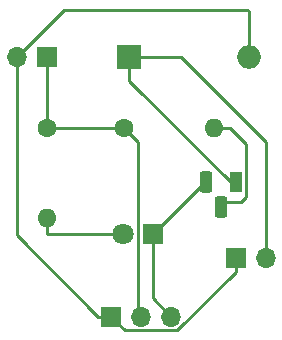
<source format=gbr>
%TF.GenerationSoftware,KiCad,Pcbnew,(6.0.4)*%
%TF.CreationDate,2022-10-02T23:39:58+02:00*%
%TF.ProjectId,Magnet_v2,4d61676e-6574-45f7-9632-2e6b69636164,rev?*%
%TF.SameCoordinates,Original*%
%TF.FileFunction,Copper,L1,Top*%
%TF.FilePolarity,Positive*%
%FSLAX46Y46*%
G04 Gerber Fmt 4.6, Leading zero omitted, Abs format (unit mm)*
G04 Created by KiCad (PCBNEW (6.0.4)) date 2022-10-02 23:39:58*
%MOMM*%
%LPD*%
G01*
G04 APERTURE LIST*
G04 Aperture macros list*
%AMRoundRect*
0 Rectangle with rounded corners*
0 $1 Rounding radius*
0 $2 $3 $4 $5 $6 $7 $8 $9 X,Y pos of 4 corners*
0 Add a 4 corners polygon primitive as box body*
4,1,4,$2,$3,$4,$5,$6,$7,$8,$9,$2,$3,0*
0 Add four circle primitives for the rounded corners*
1,1,$1+$1,$2,$3*
1,1,$1+$1,$4,$5*
1,1,$1+$1,$6,$7*
1,1,$1+$1,$8,$9*
0 Add four rect primitives between the rounded corners*
20,1,$1+$1,$2,$3,$4,$5,0*
20,1,$1+$1,$4,$5,$6,$7,0*
20,1,$1+$1,$6,$7,$8,$9,0*
20,1,$1+$1,$8,$9,$2,$3,0*%
G04 Aperture macros list end*
%TA.AperFunction,ComponentPad*%
%ADD10C,1.600000*%
%TD*%
%TA.AperFunction,ComponentPad*%
%ADD11O,1.600000X1.600000*%
%TD*%
%TA.AperFunction,ComponentPad*%
%ADD12R,1.700000X1.700000*%
%TD*%
%TA.AperFunction,ComponentPad*%
%ADD13O,1.700000X1.700000*%
%TD*%
%TA.AperFunction,ComponentPad*%
%ADD14R,2.000000X2.000000*%
%TD*%
%TA.AperFunction,ComponentPad*%
%ADD15O,2.000000X2.000000*%
%TD*%
%TA.AperFunction,ComponentPad*%
%ADD16R,1.100000X1.800000*%
%TD*%
%TA.AperFunction,ComponentPad*%
%ADD17RoundRect,0.275000X0.275000X0.625000X-0.275000X0.625000X-0.275000X-0.625000X0.275000X-0.625000X0*%
%TD*%
%TA.AperFunction,ComponentPad*%
%ADD18R,1.800000X1.800000*%
%TD*%
%TA.AperFunction,ComponentPad*%
%ADD19C,1.800000*%
%TD*%
%TA.AperFunction,Conductor*%
%ADD20C,0.250000*%
%TD*%
G04 APERTURE END LIST*
D10*
%TO.P,R2,1*%
%TO.N,Net-(J1-Pad2)*%
X138500000Y-103000000D03*
D11*
%TO.P,R2,2*%
%TO.N,Net-(Q1-Pad2)*%
X146120000Y-103000000D03*
%TD*%
D10*
%TO.P,R1,1*%
%TO.N,Net-(J1-Pad2)*%
X132000000Y-103000000D03*
D11*
%TO.P,R1,2*%
%TO.N,Net-(D2-Pad2)*%
X132000000Y-110620000D03*
%TD*%
D12*
%TO.P,J1,1,Pin_1*%
%TO.N,VCC*%
X137475000Y-118975000D03*
D13*
%TO.P,J1,2,Pin_2*%
%TO.N,Net-(J1-Pad2)*%
X140015000Y-118975000D03*
%TO.P,J1,3,Pin_3*%
%TO.N,GNDREF*%
X142555000Y-118975000D03*
%TD*%
D12*
%TO.P,10mH1,1,1*%
%TO.N,VCC*%
X148000000Y-114000000D03*
D13*
%TO.P,10mH1,2,2*%
%TO.N,Net-(10mH1-Pad2)*%
X150540000Y-114000000D03*
%TD*%
D14*
%TO.P,D1,1,A*%
%TO.N,Net-(10mH1-Pad2)*%
X139000000Y-97000000D03*
D15*
%TO.P,D1,2,K*%
%TO.N,VCC*%
X149160000Y-97000000D03*
%TD*%
D16*
%TO.P,Q1,1,C*%
%TO.N,Net-(10mH1-Pad2)*%
X148000000Y-107600000D03*
D17*
%TO.P,Q1,2,B*%
%TO.N,Net-(Q1-Pad2)*%
X146730000Y-109670000D03*
%TO.P,Q1,3,E*%
%TO.N,GNDREF*%
X145460000Y-107600000D03*
%TD*%
D12*
%TO.P,SW1,1*%
%TO.N,Net-(J1-Pad2)*%
X132000000Y-97000000D03*
D13*
%TO.P,SW1,2*%
%TO.N,VCC*%
X129460000Y-97000000D03*
%TD*%
D18*
%TO.P,D2,1,K*%
%TO.N,GNDREF*%
X141000000Y-112000000D03*
D19*
%TO.P,D2,2,A*%
%TO.N,Net-(D2-Pad2)*%
X138460000Y-112000000D03*
%TD*%
D20*
%TO.N,Net-(Q1-Pad2)*%
X148874511Y-104374511D02*
X147500000Y-103000000D01*
X147500000Y-103000000D02*
X146120000Y-103000000D01*
%TO.N,Net-(D2-Pad2)*%
X132000000Y-112000000D02*
X132000000Y-110620000D01*
%TO.N,VCC*%
X148000000Y-115191010D02*
X143041499Y-120149511D01*
X149160000Y-93160000D02*
X149160000Y-97000000D01*
X129460000Y-112060000D02*
X136375000Y-118975000D01*
X129460000Y-97000000D02*
X129460000Y-112060000D01*
X129460000Y-97000000D02*
X133460000Y-93000000D01*
X133460000Y-93000000D02*
X149000000Y-93000000D01*
X138649511Y-120149511D02*
X137475000Y-118975000D01*
X149000000Y-93000000D02*
X149160000Y-93160000D01*
X143041499Y-120149511D02*
X138649511Y-120149511D01*
X148000000Y-114000000D02*
X148000000Y-115191010D01*
X136375000Y-118975000D02*
X137475000Y-118975000D01*
%TO.N,Net-(10mH1-Pad2)*%
X139000000Y-99000000D02*
X139000000Y-97000000D01*
X148000000Y-108000000D02*
X139000000Y-99000000D01*
X150540000Y-114000000D02*
X150540000Y-104166857D01*
X150540000Y-104166857D02*
X143373143Y-97000000D01*
X143373143Y-97000000D02*
X139000000Y-97000000D01*
%TO.N,GNDREF*%
X145000000Y-108000000D02*
X141000000Y-112000000D01*
X145460000Y-108000000D02*
X145000000Y-108000000D01*
X141000000Y-117420000D02*
X142555000Y-118975000D01*
X141000000Y-112000000D02*
X141000000Y-117420000D01*
%TO.N,Net-(Q1-Pad2)*%
X146730000Y-109270000D02*
X148429022Y-109270000D01*
X148874511Y-108824511D02*
X148874511Y-104374511D01*
X148429022Y-109270000D02*
X148874511Y-108824511D01*
%TO.N,Net-(D2-Pad2)*%
X138460000Y-112000000D02*
X132000000Y-112000000D01*
%TO.N,Net-(J1-Pad2)*%
X138500000Y-103000000D02*
X132000000Y-103000000D01*
X132000000Y-97000000D02*
X132000000Y-103000000D01*
X139684511Y-118644511D02*
X140015000Y-118975000D01*
X139684511Y-104184511D02*
X139684511Y-118644511D01*
X138500000Y-103000000D02*
X139684511Y-104184511D01*
%TD*%
M02*

</source>
